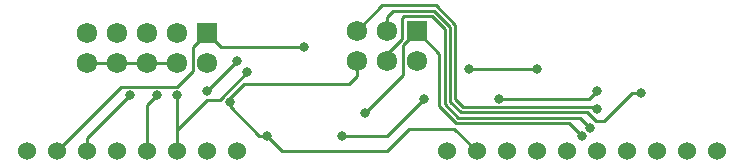
<source format=gbr>
%TF.GenerationSoftware,KiCad,Pcbnew,7.0.9*%
%TF.CreationDate,2024-01-07T05:54:30-05:00*%
%TF.ProjectId,Flipper-ICSP,466c6970-7065-4722-9d49-4353502e6b69,A*%
%TF.SameCoordinates,Original*%
%TF.FileFunction,Copper,L2,Bot*%
%TF.FilePolarity,Positive*%
%FSLAX46Y46*%
G04 Gerber Fmt 4.6, Leading zero omitted, Abs format (unit mm)*
G04 Created by KiCad (PCBNEW 7.0.9) date 2024-01-07 05:54:30*
%MOMM*%
%LPD*%
G01*
G04 APERTURE LIST*
%TA.AperFunction,ComponentPad*%
%ADD10R,1.725000X1.725000*%
%TD*%
%TA.AperFunction,ComponentPad*%
%ADD11C,1.725000*%
%TD*%
%TA.AperFunction,ComponentPad*%
%ADD12C,1.524000*%
%TD*%
%TA.AperFunction,ViaPad*%
%ADD13C,0.800000*%
%TD*%
%TA.AperFunction,Conductor*%
%ADD14C,0.250000*%
%TD*%
G04 APERTURE END LIST*
D10*
%TO.P,J2,1,1*%
%TO.N,MOSI*%
X86995000Y-63030000D03*
D11*
%TO.P,J2,2,2*%
%TO.N,VCC*%
X86995000Y-65570000D03*
%TO.P,J2,3,3*%
%TO.N,unconnected-(J2-Pad3)*%
X84455000Y-63030000D03*
%TO.P,J2,4,4*%
%TO.N,GND*%
X84455000Y-65570000D03*
%TO.P,J2,5,5*%
%TO.N,RESET*%
X81915000Y-63030000D03*
%TO.P,J2,6,6*%
%TO.N,GND*%
X81915000Y-65570000D03*
%TO.P,J2,7,7*%
%TO.N,SCK*%
X79375000Y-63030000D03*
%TO.P,J2,8,8*%
%TO.N,GND*%
X79375000Y-65570000D03*
%TO.P,J2,9,9*%
%TO.N,MISO*%
X76835000Y-63030000D03*
%TO.P,J2,10,10*%
%TO.N,GND*%
X76835000Y-65570000D03*
%TD*%
D10*
%TO.P,J3,1,1*%
%TO.N,MISO*%
X104775000Y-62865000D03*
D11*
%TO.P,J3,2,2*%
%TO.N,VCC*%
X104775000Y-65405000D03*
%TO.P,J3,3,3*%
%TO.N,SCK*%
X102235000Y-62865000D03*
%TO.P,J3,4,4*%
%TO.N,MOSI*%
X102235000Y-65405000D03*
%TO.P,J3,5,5*%
%TO.N,RESET*%
X99695000Y-62865000D03*
%TO.P,J3,6,6*%
%TO.N,GND*%
X99695000Y-65405000D03*
%TD*%
D12*
%TO.P,J1,1,5v*%
%TO.N,5v*%
X71755000Y-73025000D03*
%TO.P,J1,2,A7*%
%TO.N,MOSI*%
X74295000Y-73025000D03*
%TO.P,J1,3,A6*%
%TO.N,MISO*%
X76835000Y-73025000D03*
%TO.P,J1,4,A4*%
%TO.N,unconnected-(J1A-A4-Pad4)*%
X79375000Y-73025000D03*
%TO.P,J1,5,B3*%
%TO.N,SCK*%
X81915000Y-73025000D03*
%TO.P,J1,6,B2*%
%TO.N,RESET*%
X84455000Y-73025000D03*
%TO.P,J1,7,C3*%
%TO.N,unconnected-(J1A-C3-Pad7)*%
X86995000Y-73025000D03*
%TO.P,J1,8,GND*%
%TO.N,unconnected-(J1A-GND-Pad8)*%
X89535000Y-73025000D03*
%TO.P,J1,9,3V3*%
%TO.N,3v3*%
X107315000Y-73025000D03*
%TO.P,J1,10,SWC*%
%TO.N,GND*%
X109855000Y-73025000D03*
%TO.P,J1,11,GND*%
%TO.N,unconnected-(J1A-GND-Pad11)*%
X112395000Y-73025000D03*
%TO.P,J1,12,SIO*%
%TO.N,unconnected-(J1A-SIO-Pad12)*%
X114935000Y-73025000D03*
%TO.P,J1,13,TX*%
%TO.N,unconnected-(J1A-TX-Pad13)*%
X117475000Y-73025000D03*
%TO.P,J1,14,RX*%
%TO.N,unconnected-(J1A-RX-Pad14)*%
X120015000Y-73025000D03*
%TO.P,J1,15,C1*%
%TO.N,unconnected-(J1A-C1-Pad15)*%
X122555000Y-73025000D03*
%TO.P,J1,16,C0*%
%TO.N,unconnected-(J1A-C0-Pad16)*%
X125095000Y-73025000D03*
%TO.P,J1,17,1W*%
%TO.N,unconnected-(J1A-1W-Pad17)*%
X127635000Y-73025000D03*
%TO.P,J1,18,GND*%
%TO.N,unconnected-(J1A-GND-Pad18)*%
X130175000Y-73025000D03*
%TD*%
D13*
%TO.N,MOSI*%
X119451755Y-71030500D03*
X95266614Y-64220065D03*
%TO.N,MISO*%
X80475533Y-68291907D03*
X118745000Y-71755000D03*
X100419501Y-69760500D03*
%TO.N,SCK*%
X86995000Y-67945000D03*
X82766982Y-68291407D03*
X89535000Y-65405000D03*
X123799007Y-68103316D03*
%TO.N,RESET*%
X90443073Y-66310467D03*
X84458987Y-68291907D03*
X120015000Y-69495500D03*
%TO.N,GND*%
X92075000Y-71755000D03*
X88924860Y-68853278D03*
%TO.N,VCC*%
X114935000Y-66040000D03*
X109220000Y-66040000D03*
%TO.N,Net-(LED1-Pad2)*%
X105410000Y-68580000D03*
X120015000Y-67945000D03*
X111760000Y-68580000D03*
X98425000Y-71755000D03*
%TD*%
D14*
%TO.N,MOSI*%
X107130000Y-62680000D02*
X107130000Y-69028604D01*
X118626255Y-70205000D02*
X119451755Y-71030500D01*
X103505000Y-61760000D02*
X103670000Y-61595000D01*
X86995000Y-63030000D02*
X88182500Y-64217500D01*
X88182500Y-64217500D02*
X95264049Y-64217500D01*
X103670000Y-61595000D02*
X106045000Y-61595000D01*
X102235000Y-64768604D02*
X103505000Y-63498604D01*
X102235000Y-65405000D02*
X102235000Y-64768604D01*
X107130000Y-69028604D02*
X108306396Y-70205000D01*
X95264049Y-64217500D02*
X95266614Y-64220065D01*
X106045000Y-61595000D02*
X107130000Y-62680000D01*
X85807500Y-64217500D02*
X86995000Y-63030000D01*
X84455000Y-67566907D02*
X85807500Y-66214407D01*
X79753093Y-67566907D02*
X84455000Y-67566907D01*
X103505000Y-63498604D02*
X103505000Y-61760000D01*
X85807500Y-66214407D02*
X85807500Y-64217500D01*
X108306396Y-70205000D02*
X118626255Y-70205000D01*
X74295000Y-73025000D02*
X79753093Y-67566907D01*
%TO.N,MISO*%
X103587500Y-64052500D02*
X104775000Y-62865000D01*
X117645000Y-70655000D02*
X118745000Y-71755000D01*
X104775000Y-62865000D02*
X106680000Y-64770000D01*
X80475533Y-68291907D02*
X76835000Y-71932440D01*
X76835000Y-71932440D02*
X76835000Y-73025000D01*
X106680000Y-64770000D02*
X106680000Y-69215000D01*
X108120000Y-70655000D02*
X117645000Y-70655000D01*
X106680000Y-69215000D02*
X108120000Y-70655000D01*
X103587500Y-66592501D02*
X103587500Y-64052500D01*
X100419501Y-69760500D02*
X103587500Y-66592501D01*
%TO.N,SCK*%
X86995000Y-67945000D02*
X89535000Y-65405000D01*
X102735241Y-61145000D02*
X106231396Y-61145000D01*
X119201560Y-69755000D02*
X119931560Y-70485000D01*
X107580000Y-68842208D02*
X108492792Y-69755000D01*
X120650000Y-70485000D02*
X123031684Y-68103316D01*
X81915000Y-69143389D02*
X82766982Y-68291407D01*
X119931560Y-70485000D02*
X120650000Y-70485000D01*
X108492792Y-69755000D02*
X119201560Y-69755000D01*
X102235000Y-61645241D02*
X102735241Y-61145000D01*
X106231396Y-61145000D02*
X107580000Y-62493604D01*
X107580000Y-62493604D02*
X107580000Y-68842208D01*
X81915000Y-73025000D02*
X81915000Y-69143389D01*
X102235000Y-62865000D02*
X102235000Y-61645241D01*
X123031684Y-68103316D02*
X123799007Y-68103316D01*
%TO.N,RESET*%
X86995000Y-68670000D02*
X88083540Y-68670000D01*
X88083540Y-68670000D02*
X90443073Y-66310467D01*
X84455000Y-73025000D02*
X84455000Y-68295894D01*
X84455000Y-73025000D02*
X84455000Y-71210000D01*
X108030000Y-68655812D02*
X108679188Y-69305000D01*
X108679188Y-69305000D02*
X118655000Y-69305000D01*
X118655543Y-69304457D02*
X119823957Y-69304457D01*
X84455000Y-68295894D02*
X84458987Y-68291907D01*
X119823957Y-69304457D02*
X120015000Y-69495500D01*
X118655000Y-69305000D02*
X118655543Y-69304457D01*
X108030000Y-62307208D02*
X108030000Y-68655812D01*
X106417792Y-60695000D02*
X108030000Y-62307208D01*
X84455000Y-71210000D02*
X86995000Y-68670000D01*
X101865000Y-60695000D02*
X106417792Y-60695000D01*
X99695000Y-62865000D02*
X101865000Y-60695000D01*
%TO.N,GND*%
X104140000Y-71120000D02*
X102235000Y-73025000D01*
X88924860Y-68853278D02*
X88924860Y-68555140D01*
X88924860Y-69239860D02*
X91440000Y-71755000D01*
X93345000Y-73025000D02*
X92075000Y-71755000D01*
X107950000Y-71120000D02*
X104140000Y-71120000D01*
X88924860Y-68555140D02*
X90170000Y-67310000D01*
X102235000Y-73025000D02*
X93345000Y-73025000D01*
X99060000Y-67310000D02*
X99695000Y-66675000D01*
X91440000Y-71755000D02*
X92075000Y-71755000D01*
X81915000Y-65570000D02*
X79375000Y-65570000D01*
X79375000Y-65570000D02*
X76835000Y-65570000D01*
X90170000Y-67310000D02*
X99060000Y-67310000D01*
X88924860Y-68853278D02*
X88924860Y-69239860D01*
X99695000Y-66675000D02*
X99695000Y-65405000D01*
X109855000Y-73025000D02*
X107950000Y-71120000D01*
X84455000Y-65570000D02*
X81915000Y-65570000D01*
%TO.N,VCC*%
X114935000Y-66040000D02*
X109220000Y-66040000D01*
%TO.N,Net-(LED1-Pad2)*%
X102235000Y-71755000D02*
X98425000Y-71755000D01*
X111760000Y-68580000D02*
X119380000Y-68580000D01*
X105410000Y-68580000D02*
X102235000Y-71755000D01*
X119380000Y-68580000D02*
X120015000Y-67945000D01*
%TD*%
M02*

</source>
